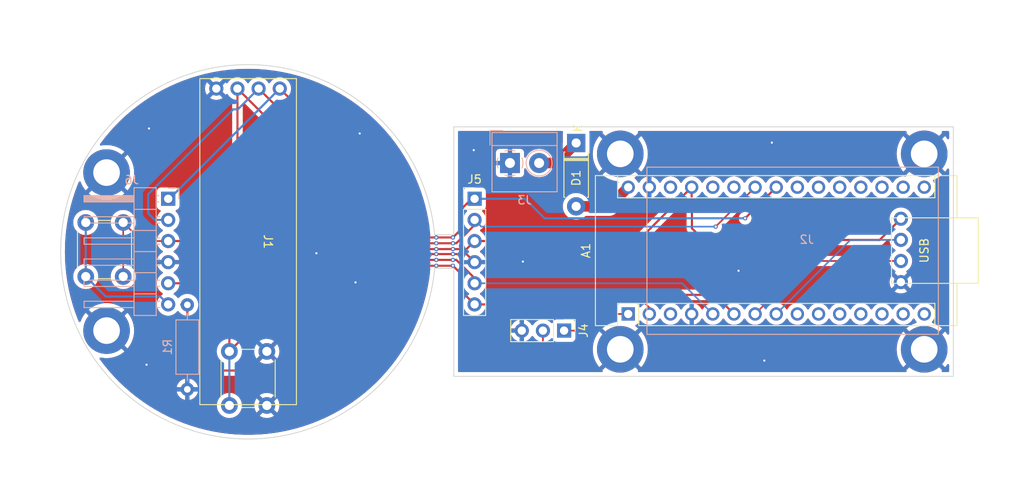
<source format=kicad_pcb>
(kicad_pcb (version 20211014) (generator pcbnew)
  (layers (0 "F.Cu" signal) (31 "B.Cu" signal) (34 "B.Paste" user) (35 "F.Paste" user) (36 "B.SilkS" user "B.Silkscreen") (37 "F.SilkS" user "F.Silkscreen") (38 "B.Mask" user) (39 "F.Mask" user) (44 "Edge.Cuts" user))
  (net 0 "")
  (net 1 "/TX")
  (net 2 "/RX")
  (net 4 "GND")
  (net 5 "/BT1")
  (net 6 "/DT")
  (net 7 "/SCK")
  (net 22 "/SDA")
  (net 23 "/SCL")
  (net 26 "+5V")
  (net 28 "BATT")
  (net 29 "Net-(D1-Pad1)")
  (net 30 "/BT2")
  (footprint "MountingHole:MountingHole_3.2mm_M3_DIN965_Pad_TopBottom" (layer "F.Cu") (at 29.8 38 -90)
    (fp_text reference "H5" hide)
    (fp_text value "MountingHole_Pad")
    (pad "1" connect circle (at 0 0 270) (size 5.6 5.6) (layers "F.Cu" "F.Mask") (net 4 "GND"))
    (pad "1" thru_hole circle (at 0 0 270) (size 3.6 3.6) (drill 3.2) (layers *.Cu *.Mask) (net 4 "GND"))
    (pad "1" connect circle (at 0 0 270) (size 5.6 5.6) (layers "B.Cu" "B.Mask") (net 4 "GND"))
  )
  (footprint "MountingHole:MountingHole_3.2mm_M3_DIN965_Pad_TopBottom" (layer "F.Cu") (at 128 35.75)
    (fp_text reference "H2" hide)
    (fp_text value "MountingHole_Pad")
    (pad "1" connect circle (at 0 0) (size 5.6 5.6) (layers "B.Cu" "B.Mask") (net 4 "GND"))
    (pad "1" thru_hole circle (at 0 0) (size 3.6 3.6) (drill 3.2) (layers *.Cu *.Mask) (net 4 "GND"))
    (pad "1" connect circle (at 0 0) (size 5.6 5.6) (layers "F.Cu" "F.Mask") (net 4 "GND"))
  )
  (footprint "Module:Arduino_Nano" (layer "F.Cu") (at 92.45 55 90)
    (fp_text reference "A1" (at 7.62 -5.08 90) (layer "F.SilkS"))
    (fp_text value "Arduino_Nano_Every")
    (fp_text user "USB" (at 7.62 35.56 90 unlocked) (layer "F.SilkS"))
    (fp_line (start 11.56 31.62) (end 11.56 42.04) (layer "F.SilkS") (width 0.12))
    (fp_line (start 1.27 36.83) (end -1.4 36.83) (layer "F.SilkS") (width 0.12))
    (fp_line (start 3.68 31.62) (end 11.56 31.62) (layer "F.SilkS") (width 0.12))
    (fp_line (start 13.97 -1.27) (end 13.97 36.83) (layer "F.SilkS") (width 0.12))
    (fp_line (start -1.4 -3.94) (end -1.4 -1.27) (layer "F.SilkS") (width 0.12))
    (fp_line (start 11.56 42.04) (end 3.68 42.04) (layer "F.SilkS") (width 0.12))
    (fp_line (start 1.27 1.27) (end 1.27 36.83) (layer "F.SilkS") (width 0.12))
    (fp_line (start -1.4 1.27) (end -1.4 39.5) (layer "F.SilkS") (width 0.12))
    (fp_line (start 16.64 39.5) (end 11.56 39.5) (layer "F.SilkS") (width 0.12))
    (fp_line (start 3.68 42.04) (end 3.68 31.62) (layer "F.SilkS") (width 0.12))
    (fp_line (start 16.64 -3.94) (end -1.4 -3.94) (layer "F.SilkS") (width 0.12))
    (fp_line (start 1.27 1.27) (end 1.27 -1.27) (layer "F.SilkS") (width 0.12))
    (fp_line (start -1.4 39.5) (end 3.68 39.5) (layer "F.SilkS") (width 0.12))
    (fp_line (start 1.27 -1.27) (end -1.4 -1.27) (layer "F.SilkS") (width 0.12))
    (fp_line (start 16.64 39.5) (end 16.64 -3.94) (layer "F.SilkS") (width 0.12))
    (fp_line (start 13.97 36.83) (end 16.64 36.83) (layer "F.SilkS") (width 0.12))
    (fp_line (start 13.97 -1.27) (end 16.64 -1.27) (layer "F.SilkS") (width 0.12))
    (fp_line (start 1.27 1.27) (end -1.4 1.27) (layer "F.SilkS") (width 0.12))
    (pad "1" thru_hole rect (at 0 0 90) (size 1.6 1.6) (drill 1) (layers *.Cu *.Mask) (net 1 "/TX"))
    (pad "2" thru_hole oval (at 0 2.54 90) (size 1.6 1.6) (drill 1) (layers *.Cu *.Mask) (net 2 "/RX"))
    (pad "3" thru_hole oval (at 0 5.08 90) (size 1.6 1.6) (drill 1) (layers *.Cu *.Mask))
    (pad "4" thru_hole oval (at 0 7.62 90) (size 1.6 1.6) (drill 1) (layers *.Cu *.Mask) (net 4 "GND"))
    (pad "5" thru_hole oval (at 0 10.16 90) (size 1.6 1.6) (drill 1) (layers *.Cu *.Mask) (net 5 "/BT1"))
    (pad "6" thru_hole oval (at 0 12.7 90) (size 1.6 1.6) (drill 1) (layers *.Cu *.Mask) (net 30 "/BT2"))
    (pad "7" thru_hole oval (at 0 15.24 90) (size 1.6 1.6) (drill 1) (layers *.Cu *.Mask) (net 6 "/DT"))
    (pad "8" thru_hole oval (at 0 17.78 90) (size 1.6 1.6) (drill 1) (layers *.Cu *.Mask) (net 7 "/SCK"))
    (pad "9" thru_hole oval (at 0 20.32 90) (size 1.6 1.6) (drill 1) (layers *.Cu *.Mask))
    (pad "10" thru_hole oval (at 0 22.86 90) (size 1.6 1.6) (drill 1) (layers *.Cu *.Mask))
    (pad "11" thru_hole oval (at 0 25.4 90) (size 1.6 1.6) (drill 1) (layers *.Cu *.Mask))
    (pad "12" thru_hole oval (at 0 27.94 90) (size 1.6 1.6) (drill 1) (layers *.Cu *.Mask))
    (pad "13" thru_hole oval (at 0 30.48 90) (size 1.6 1.6) (drill 1) (layers *.Cu *.Mask))
    (pad "14" thru_hole oval (at 0 33.02 90) (size 1.6 1.6) (drill 1) (layers *.Cu *.Mask))
    (pad "15" thru_hole oval (at 0 35.56 90) (size 1.6 1.6) (drill 1) (layers *.Cu *.Mask))
    (pad "16" thru_hole oval (at 15.24 35.56 90) (size 1.6 1.6) (drill 1) (layers *.Cu *.Mask))
    (pad "17" thru_hole oval (at 15.24 33.02 90) (size 1.6 1.6) (drill 1) (layers *.Cu *.Mask))
    (pad "18" thru_hole oval (at 15.24 30.48 90) (size 1.6 1.6) (drill 1) (layers *.Cu *.Mask))
    (pad "19" thru_hole oval (at 15.24 27.94 90) (size 1.6 1.6) (drill 1) (layers *.Cu *.Mask))
    (pad "20" thru_hole oval (at 15.24 25.4 90) (size 1.6 1.6) (drill 1) (layers *.Cu *.Mask))
    (pad "21" thru_hole oval (at 15.24 22.86 90) (size 1.6 1.6) (drill 1) (layers *.Cu *.Mask))
    (pad "22" thru_hole oval (at 15.24 20.32 90) (size 1.6 1.6) (drill 1) (layers *.Cu *.Mask))
    (pad "23" thru_hole oval (at 15.24 17.78 90) (size 1.6 1.6) (drill 1) (layers *.Cu *.Mask) (net 22 "/SDA"))
    (pad "24" thru_hole oval (at 15.24 15.24 90) (size 1.6 1.6) (drill 1) (layers *.Cu *.Mask) (net 23 "/SCL"))
    (pad "25" thru_hole oval (at 15.24 12.7 90) (size 1.6 1.6) (drill 1) (layers *.Cu *.Mask))
    (pad "26" thru_hole oval (at 15.24 10.16 90) (size 1.6 1.6) (drill 1) (layers *.Cu *.Mask))
    (pad "27" thru_hole oval (at 15.24 7.62 90) (size 1.6 1.6) (drill 1) (layers *.Cu *.Mask) (net 26 "+5V"))
    (pad "28" thru_hole oval (at 15.24 5.08 90) (size 1.6 1.6) (drill 1) (layers *.Cu *.Mask))
    (pad "29" thru_hole oval (at 15.24 2.54 90) (size 1.6 1.6) (drill 1) (layers *.Cu *.Mask) (net 4 "GND"))
    (pad "30" thru_hole oval (at 15.24 0 90) (size 1.6 1.6) (drill 1) (layers *.Cu *.Mask) (net 28 "BATT"))
  )
  (footprint "Library:0.91inch OLED" (layer "F.Cu") (at 50.6 27.9 -90)
    (fp_text reference "J1" (at 18.4 1.4 -90 unlocked) (layer "F.SilkS"))
    (fp_text value "0.91 inch OLED")
    (fp_line (start 38 -2) (end 38 9.6) (layer "F.SilkS") (width 0.12))
    (fp_line (start -1.1 9.6) (end 38 9.6) (layer "F.SilkS") (width 0.12))
    (fp_line (start -1.2 -2) (end -1.2 9.6) (layer "F.SilkS") (width 0.12))
    (fp_line (start -1.2 -2) (end 38 -2) (layer "F.SilkS") (width 0.12))
    (pad "1" thru_hole circle (at 0 0 270) (size 1.7 1.7) (drill 1) (layers *.Cu *.Mask) (net 22 "/SDA"))
    (pad "2" thru_hole circle (at 0 2.54 270) (size 1.7 1.7) (drill 1) (layers *.Cu *.Mask) (net 23 "/SCL"))
    (pad "3" thru_hole circle (at 0 5.08 270) (size 1.7 1.7) (drill 1) (layers *.Cu *.Mask) (net 26 "+5V"))
    (pad "4" thru_hole circle (at 0 7.62 270) (size 1.7 1.7) (drill 1) (layers *.Cu *.Mask) (net 4 "GND"))
  )
  (footprint "MountingHole:MountingHole_3.2mm_M3_DIN965_Pad_TopBottom" (layer "F.Cu") (at 91.5 59.25)
    (fp_text reference "H4" hide)
    (fp_text value "MountingHole_Pad")
    (pad "1" thru_hole circle (at 0 0) (size 3.6 3.6) (drill 3.2) (layers *.Cu *.Mask) (net 4 "GND"))
    (pad "1" connect circle (at 0 0) (size 5.6 5.6) (layers "F.Cu" "F.Mask") (net 4 "GND"))
    (pad "1" connect circle (at 0 0) (size 5.6 5.6) (layers "B.Cu" "B.Mask") (net 4 "GND"))
  )
  (footprint "MountingHole:MountingHole_3.2mm_M3_DIN965_Pad_TopBottom" (layer "F.Cu") (at 29.8 57 -90)
    (fp_text reference "H6" hide)
    (fp_text value "MountingHole_Pad")
    (pad "1" connect circle (at 0 0 270) (size 5.6 5.6) (layers "B.Cu" "B.Mask") (net 4 "GND"))
    (pad "1" thru_hole circle (at 0 0 270) (size 3.6 3.6) (drill 3.2) (layers *.Cu *.Mask) (net 4 "GND"))
    (pad "1" connect circle (at 0 0 270) (size 5.6 5.6) (layers "F.Cu" "F.Mask") (net 4 "GND"))
  )
  (footprint "MountingHole:MountingHole_3.2mm_M3_DIN965_Pad_TopBottom" (layer "F.Cu") (at 91.5 35.75)
    (fp_text reference "H1" hide)
    (fp_text value "MountingHole_Pad")
    (pad "1" connect circle (at 0 0) (size 5.6 5.6) (layers "F.Cu" "F.Mask") (net 4 "GND"))
    (pad "1" connect circle (at 0 0) (size 5.6 5.6) (layers "B.Cu" "B.Mask") (net 4 "GND"))
    (pad "1" thru_hole circle (at 0 0) (size 3.6 3.6) (drill 3.2) (layers *.Cu *.Mask) (net 4 "GND"))
  )
  (footprint "Diode_THT:D_DO-41_SOD81_P7.62mm_Horizontal" (layer "F.Cu") (at 86.2 34.44 -90)
    (fp_text reference "D1" (at 4.21 0 90) (layer "F.SilkS"))
    (fp_text value "DIODE")
    (fp_text user "K" (at -1.79 -0.2 90) (layer "F.SilkS"))
    (fp_line (start 1.09 -1.47) (end 6.53 -1.47) (layer "F.SilkS") (width 0.12))
    (fp_line (start 1.87 -1.47) (end 1.87 1.47) (layer "F.SilkS") (width 0.12))
    (fp_line (start 1.09 -1.34) (end 1.09 -1.47) (layer "F.SilkS") (width 0.12))
    (fp_line (start 2.11 -1.47) (end 2.11 1.47) (layer "F.SilkS") (width 0.12))
    (fp_line (start 6.53 1.47) (end 6.53 1.34) (layer "F.SilkS") (width 0.12))
    (fp_line (start 1.99 -1.47) (end 1.99 1.47) (layer "F.SilkS") (width 0.12))
    (fp_line (start 6.53 -1.47) (end 6.53 -1.34) (layer "F.SilkS") (width 0.12))
    (fp_line (start 1.09 1.34) (end 1.09 1.47) (layer "F.SilkS") (width 0.12))
    (fp_line (start 1.09 1.47) (end 6.53 1.47) (layer "F.SilkS") (width 0.12))
    (pad "1" thru_hole rect (at 0 0 270) (size 2.2 2.2) (drill 1.1) (layers *.Cu *.Mask) (net 29 "Net-(D1-Pad1)"))
    (pad "2" thru_hole oval (at 7.62 0 270) (size 2.2 2.2) (drill 1.1) (layers *.Cu *.Mask) (net 28 "BATT"))
  )
  (footprint "Button_Switch_THT:SW_PUSH_6mm_H4.3mm" (layer "F.Cu") (at 44.55 66 90)
    (fp_text reference "SW1" hide)
    (fp_text value "SW_Push")
    (fp_line (start 5.5 -1) (end 1 -1) (layer "F.SilkS") (width 0.12))
    (fp_line (start -0.25 1.5) (end -0.25 3) (layer "F.SilkS") (width 0.12))
    (fp_line (start 1 5.5) (end 5.5 5.5) (layer "F.SilkS") (width 0.12))
    (fp_line (start 6.75 3) (end 6.75 1.5) (layer "F.SilkS") (width 0.12))
    (pad "1" thru_hole circle (at 0 0 180) (size 2 2) (drill 1.1) (layers *.Cu *.Mask) (net 5 "/BT1"))
    (pad "1" thru_hole circle (at 6.5 0 180) (size 2 2) (drill 1.1) (layers *.Cu *.Mask) (net 5 "/BT1"))
    (pad "2" thru_hole circle (at 0 4.5 180) (size 2 2) (drill 1.1) (layers *.Cu *.Mask) (net 4 "GND"))
    (pad "2" thru_hole circle (at 6.5 4.5 180) (size 2 2) (drill 1.1) (layers *.Cu *.Mask) (net 4 "GND"))
  )
  (footprint "Connector_PinHeader_2.54mm:PinHeader_1x06_P2.54mm_Vertical" (layer "F.Cu") (at 74 41.15)
    (fp_text reference "J5" (at 0 -2.33) (layer "F.SilkS"))
    (fp_text value "Conn_01x06")
    (fp_line (start -1.33 14.03) (end 1.33 14.03) (layer "F.SilkS") (width 0.12))
    (fp_line (start 1.33 1.27) (end 1.33 14.03) (layer "F.SilkS") (width 0.12))
    (fp_line (start -1.33 0) (end -1.33 -1.33) (layer "F.SilkS") (width 0.12))
    (fp_line (start -1.33 -1.33) (end 0 -1.33) (layer "F.SilkS") (width 0.12))
    (fp_line (start -1.33 1.27) (end 1.33 1.27) (layer "F.SilkS") (width 0.12))
    (fp_line (start -1.33 1.27) (end -1.33 14.03) (layer "F.SilkS") (width 0.12))
    (pad "1" thru_hole rect (at 0 0) (size 1.7 1.7) (drill 1) (layers *.Cu *.Mask) (net 22 "/SDA"))
    (pad "2" thru_hole oval (at 0 2.54) (size 1.7 1.7) (drill 1) (layers *.Cu *.Mask) (net 23 "/SCL"))
    (pad "3" thru_hole oval (at 0 5.08) (size 1.7 1.7) (drill 1) (layers *.Cu *.Mask) (net 26 "+5V"))
    (pad "4" thru_hole oval (at 0 7.62) (size 1.7 1.7) (drill 1) (layers *.Cu *.Mask) (net 4 "GND"))
    (pad "5" thru_hole oval (at 0 10.16) (size 1.7 1.7) (drill 1) (layers *.Cu *.Mask) (net 5 "/BT1"))
    (pad "6" thru_hole oval (at 0 12.7) (size 1.7 1.7) (drill 1) (layers *.Cu *.Mask) (net 30 "/BT2"))
  )
  (footprint "Connector_PinHeader_2.54mm:PinHeader_1x03_P2.54mm_Vertical" (layer "F.Cu") (at 84.75 57 -90)
    (fp_text reference "J4" (at 0 -2.33 90) (layer "F.SilkS"))
    (fp_text value "Conn_01x03")
    (fp_line (start -1.33 1.27) (end -1.33 6.41) (layer "F.SilkS") (width 0.12))
    (fp_line (start -1.33 6.41) (end 1.33 6.41) (layer "F.SilkS") (width 0.12))
    (fp_line (start -1.33 -1.33) (end 0 -1.33) (layer "F.SilkS") (width 0.12))
    (fp_line (start 1.33 1.27) (end 1.33 6.41) (layer "F.SilkS") (width 0.12))
    (fp_line (start -1.33 1.27) (end 1.33 1.27) (layer "F.SilkS") (width 0.12))
    (fp_line (start -1.33 0) (end -1.33 -1.33) (layer "F.SilkS") (width 0.12))
    (pad "1" thru_hole rect (at 0 0 270) (size 1.7 1.7) (drill 1) (layers *.Cu *.Mask) (net 2 "/RX"))
    (pad "2" thru_hole oval (at 0 2.54 270) (size 1.7 1.7) (drill 1) (layers *.Cu *.Mask) (net 1 "/TX"))
    (pad "3" thru_hole oval (at 0 5.08 270) (size 1.7 1.7) (drill 1) (layers *.Cu *.Mask) (net 4 "GND"))
  )
  (footprint "MountingHole:MountingHole_3.2mm_M3_DIN965_Pad_TopBottom" (layer "F.Cu") (at 128 59.25)
    (fp_text reference "H3" hide)
    (fp_text value "MountingHole_Pad")
    (pad "1" connect circle (at 0 0) (size 5.6 5.6) (layers "F.Cu" "F.Mask") (net 4 "GND"))
    (pad "1" thru_hole circle (at 0 0) (size 3.6 3.6) (drill 3.2) (layers *.Cu *.Mask) (net 4 "GND"))
    (pad "1" connect circle (at 0 0) (size 5.6 5.6) (layers "B.Cu" "B.Mask") (net 4 "GND"))
  )
  (footprint "Button_Switch_THT:SW_PUSH_6mm_H4.3mm" (layer "F.Cu") (at 31.8 44 -90)
    (fp_text reference "SW2" hide)
    (fp_text value "SW_Push")
    (fp_line (start 5.5 -1) (end 1 -1) (layer "F.SilkS") (width 0.12))
    (fp_line (start 6.75 3) (end 6.75 1.5) (layer "F.SilkS") (width 0.12))
    (fp_line (start -0.25 1.5) (end -0.25 3) (layer "F.SilkS") (width 0.12))
    (fp_line (start 1 5.5) (end 5.5 5.5) (layer "F.SilkS") (width 0.12))
    (pad "1" thru_hole circle (at 0 0) (size 2 2) (drill 1.1) (layers *.Cu *.Mask) (net 26 "+5V"))
    (pad "1" thru_hole circle (at 6.5 0) (size 2 2) (drill 1.1) (layers *.Cu *.Mask) (net 26 "+5V"))
    (pad "2" thru_hole circle (at 0 4.5) (size 2 2) (drill 1.1) (layers *.Cu *.Mask) (net 30 "/BT2"))
    (pad "2" thru_hole circle (at 6.5 4.5) (size 2 2) (drill 1.1) (layers *.Cu *.Mask) (net 30 "/BT2"))
  )
  (footprint "TerminalBlock_4Ucon:TerminalBlock_4Ucon_1x02_P3.50mm_Horizontal" (layer "B.Cu") (at 78.25 36.85)
    (fp_text reference "J3" (at 1.75 4.46) (layer "B.SilkS") (effects (justify mirror)))
    (fp_text value "Screw_Terminal_01x02")
    (fp_line (start -2.4 -3.9) (end -0.9 -3.9) (layer "B.SilkS") (width 0.12))
    (fp_line (start -2.16 3.46) (end 5.66 3.46) (layer "B.SilkS") (width 0.12))
    (fp_line (start -2.16 -2.1) (end 5.66 -2.1) (layer "B.SilkS") (width 0.12))
    (fp_line (start -2.16 3.46) (end -2.16 -3.66) (layer "B.SilkS") (width 0.12))
    (fp_line (start -2.4 -2.16) (end -2.4 -3.9) (layer "B.SilkS") (width 0.12))
    (fp_line (start -2.16 -3.66) (end 5.66 -3.66) (layer "B.SilkS") (width 0.12))
    (fp_line (start 5.66 3.46) (end 5.66 -3.66) (layer "B.SilkS") (width 0.12))
    (fp_arc (start 1.432 -0.608) (mid 1.555727 -0.00014) (end 1.432109 0.607742) (layer "B.SilkS") (width 0.12))
    (fp_arc (start -0.608 -1.432) (mid -0.296984 -1.527118) (end 0.027011 -1.555493) (layer "B.SilkS") (width 0.12))
    (fp_arc (start -1.432 0.608) (mid -1.555727 0.00014) (end -1.432109 -0.607742) (layer "B.SilkS") (width 0.12))
    (fp_arc (start 0.608 1.432) (mid 0.00014 1.555727) (end -0.607742 1.432109) (layer "B.SilkS") (width 0.12))
    (fp_arc (start 0 -1.555) (mid 0.310017 -1.523783) (end 0.607587 -1.431385) (layer "B.SilkS") (width 0.12))
    (fp_circle (center 3.5 0) (end 5.055 0) (layer "B.SilkS") (width 0.12) (fill none))
    (pad "1" thru_hole rect (at 0 0) (size 2.4 2.4) (drill 1.2) (layers *.Cu *.Mask) (net 4 "GND"))
    (pad "2" thru_hole circle (at 3.5 0) (size 2.4 2.4) (drill 1.2) (layers *.Cu *.Mask) (net 29 "Net-(D1-Pad1)"))
  )
  (footprint "Connector_PinHeader_2.54mm:PinHeader_1x06_P2.54mm_Horizontal" (layer "B.Cu") (at 37.2 41.15 180)
    (fp_text reference "J6" (at 4.385 2.27) (layer "B.SilkS") (effects (justify mirror)))
    (fp_text value "Conn_01x06")
    (fp_line (start 1.44 -14.03) (end 4.1 -14.03) (layer "B.SilkS") (width 0.12))
    (fp_line (start 1.042929 -7.24) (end 1.44 -7.24) (layer "B.SilkS") (width 0.12))
    (fp_line (start 4.1 -7.24) (end 10.1 -7.24) (layer "B.SilkS") (width 0.12))
    (fp_line (start 4.1 -0.04) (end 10.1 -0.04) (layer "B.SilkS") (width 0.12))
    (fp_line (start 4.1 1.33) (end 1.44 1.33) (layer "B.SilkS") (width 0.12))
    (fp_line (start 4.1 0.32) (end 10.1 0.32) (layer "B.SilkS") (width 0.12))
    (fp_line (start 1.042929 -5.46) (end 1.44 -5.46) (layer "B.SilkS") (width 0.12))
    (fp_line (start 10.1 -10.54) (end 4.1 -10.54) (layer "B.SilkS") (width 0.12))
    (fp_line (start 1.44 1.33) (end 1.44 -14.03) (layer "B.SilkS") (width 0.12))
    (fp_line (start 1.11 -0.38) (end 1.44 -0.38) (layer "B.SilkS") (width 0.12))
    (fp_line (start 10.1 -2.92) (end 4.1 -2.92) (layer "B.SilkS") (width 0.12))
    (fp_line (start -1.27 1.27) (end 0 1.27) (layer "B.SilkS") (width 0.12))
    (fp_line (start 4.1 -12.32) (end 10.1 -12.32) (layer "B.SilkS") (width 0.12))
    (fp_line (start 10.1 -8) (end 4.1 -8) (layer "B.SilkS") (width 0.12))
    (fp_line (start 10.1 -9.78) (end 10.1 -10.54) (layer "B.SilkS") (width 0.12))
    (fp_line (start 4.1 -4.7) (end 10.1 -4.7) (layer "B.SilkS") (width 0.12))
    (fp_line (start 4.1 -9.78) (end 10.1 -9.78) (layer "B.SilkS") (width 0.12))
    (fp_line (start 10.1 -7.24) (end 10.1 -8) (layer "B.SilkS") (width 0.12))
    (fp_line (start 4.1 -0.28) (end 10.1 -0.28) (layer "B.SilkS") (width 0.12))
    (fp_line (start 1.042929 -12.32) (end 1.44 -12.32) (layer "B.SilkS") (width 0.12))
    (fp_line (start 4.1 0.38) (end 10.1 0.38) (layer "B.SilkS") (width 0.12))
    (fp_line (start 1.042929 -4.7) (end 1.44 -4.7) (layer "B.SilkS") (width 0.12))
    (fp_line (start 1.042929 -8) (end 1.44 -8) (layer "B.SilkS") (width 0.12))
    (fp_line (start 10.1 -13.08) (end 4.1 -13.08) (layer "B.SilkS") (width 0.12))
    (fp_line (start 1.44 -1.27) (end 4.1 -1.27) (layer "B.SilkS") (width 0.12))
    (fp_line (start 10.1 -4.7) (end 10.1 -5.46) (layer "B.SilkS") (width 0.12))
    (fp_line (start -1.27 0) (end -1.27 1.27) (layer "B.SilkS") (width 0.12))
    (fp_line (start 10.1 0.38) (end 10.1 -0.38) (layer "B.SilkS") (width 0.12))
    (fp_line (start 1.44 -11.43) (end 4.1 -11.43) (layer "B.SilkS") (width 0.12))
    (fp_line (start 10.1 -5.46) (end 4.1 -5.46) (layer "B.SilkS") (width 0.12))
    (fp_line (start 10.1 -12.32) (end 10.1 -13.08) (layer "B.SilkS") (width 0.12))
    (fp_line (start 1.042929 -2.92) (end 1.44 -2.92) (layer "B.SilkS") (width 0.12))
    (fp_line (start 1.44 -6.35) (end 4.1 -6.35) (layer "B.SilkS") (width 0.12))
    (fp_line (start 4.1 -0.16) (end 10.1 -0.16) (layer "B.SilkS") (width 0.12))
    (fp_line (start 1.11 0.38) (end 1.44 0.38) (layer "B.SilkS") (width 0.12))
    (fp_line (start 4.1 0.08) (end 10.1 0.08) (layer "B.SilkS") (width 0.12))
    (fp_line (start 4.1 0.2) (end 10.1 0.2) (layer "B.SilkS") (width 0.12))
    (fp_line (start 1.44 -8.89) (end 4.1 -8.89) (layer "B.SilkS") (width 0.12))
    (fp_line (start 1.042929 -2.16) (end 1.44 -2.16) (layer "B.SilkS") (width 0.12))
    (fp_line (start 1.042929 -10.54) (end 1.44 -10.54) (layer "B.SilkS") (width 0.12))
    (fp_line (start 1.44 -3.81) (end 4.1 -3.81) (layer "B.SilkS") (width 0.12))
    (fp_line (start 10.1 -0.38) (end 4.1 -0.38) (layer "B.SilkS") (width 0.12))
    (fp_line (start 1.042929 -13.08) (end 1.44 -13.08) (layer "B.SilkS") (width 0.12))
    (fp_line (start 1.042929 -9.78) (end 1.44 -9.78) (layer "B.SilkS") (width 0.12))
    (fp_line (start 4.1 -14.03) (end 4.1 1.33) (layer "B.SilkS") (width 0.12))
    (fp_line (start 4.1 -2.16) (end 10.1 -2.16) (layer "B.SilkS") (width 0.12))
    (fp_line (start 10.1 -2.16) (end 10.1 -2.92) (layer "B.SilkS") (width 0.12))
    (pad "1" thru_hole rect (at 0 0 180) (size 1.7 1.7) (drill 1) (layers *.Cu *.Mask) (net 22 "/SDA"))
    (pad "2" thru_hole oval (at 0 -2.54 180) (size 1.7 1.7) (drill 1) (layers *.Cu *.Mask) (net 23 "/SCL"))
    (pad "3" thru_hole oval (at 0 -5.08 180) (size 1.7 1.7) (drill 1) (layers *.Cu *.Mask) (net 26 "+5V"))
    (pad "4" thru_hole oval (at 0 -7.62 180) (size 1.7 1.7) (drill 1) (layers *.Cu *.Mask) (net 4 "GND"))
    (pad "5" thru_hole oval (at 0 -10.16 180) (size 1.7 1.7) (drill 1) (layers *.Cu *.Mask) (net 5 "/BT1"))
    (pad "6" thru_hole oval (at 0 -12.7 180) (size 1.7 1.7) (drill 1) (layers *.Cu *.Mask) (net 30 "/BT2"))
  )
  (footprint "Library:LoadCellAmplifier" (layer "B.Cu") (at 125.2 43.55 180)
    (fp_text reference "J2" (at 11.3 -2.5 unlocked) (layer "B.SilkS") (effects (justify mirror)))
    (fp_text value "Load Cell")
    (fp_line (start -4.5 -13.9) (end 30.5 -13.9) (layer "B.SilkS") (width 0.12))
    (fp_line (start 30.5 6.2) (end -4.5 6.2) (layer "B.SilkS") (width 0.12))
    (fp_line (start -4.5 6.2) (end -4.5 -13.9) (layer "B.SilkS") (width 0.12))
    (fp_line (start 30.5 -13.9) (end 30.5 6.2) (layer "B.SilkS") (width 0.12))
    (pad "1" thru_hole circle (at 0 0 180) (size 1.7 1.7) (drill 1) (layers *.Cu *.Mask) (net 26 "+5V"))
    (pad "2" thru_hole circle (at 0 -2.54 180) (size 1.7 1.7) (drill 1) (layers *.Cu *.Mask) (net 7 "/SCK"))
    (pad "3" thru_hole circle (at 0 -5.08 180) (size 1.7 1.7) (drill 1) (layers *.Cu *.Mask) (net 6 "/DT"))
    (pad "4" thru_hole circle (at 0 -7.62 180) (size 1.7 1.7) (drill 1) (layers *.Cu *.Mask) (net 4 "GND"))
  )
  (footprint "Resistor_THT:R_Axial_DIN0207_L6.3mm_D2.5mm_P10.16mm_Horizontal" (layer "B.Cu") (at 39.5 53.9 -90)
    (fp_text reference "R1" (at 5.08 2.37 90) (layer "B.SilkS") (effects (justify mirror)))
    (fp_text value "10k")
    (fp_line (start 8.35 -1.37) (end 8.35 1.37) (layer "B.SilkS") (width 0.12))
    (fp_line (start 1.81 -1.37) (end 8.35 -1.37) (layer "B.SilkS") (width 0.12))
    (fp_line (start 1.81 1.37) (end 1.81 -1.37) (layer "B.SilkS") (width 0.12))
    (fp_line (start 1.04 0) (end 1.81 0) (layer "B.SilkS") (width 0.12))
    (fp_line (start 9.12 0) (end 8.35 0) (layer "B.SilkS") (width 0.12))
    (fp_line (start 8.35 1.37) (end 1.81 1.37) (layer "B.SilkS") (width 0.12))
    (pad "1" thru_hole circle (at 0 0 270) (size 1.6 1.6) (drill 0.8) (layers *.Cu *.Mask) (net 30 "/BT2"))
    (pad "2" thru_hole oval (at 10.16 0 270) (size 1.6 1.6) (drill 0.8) (layers *.Cu *.Mask) (net 4 "GND"))
  )
  (gr_line (start 131.5 32.5) (end 71.5 32.5) (layer "Edge.Cuts") (width 0.1))
  (gr_line (start 131.5 62.5) (end 71.5 62.5) (layer "Edge.Cuts") (width 0.1))
  (gr_line (start 71.5 45.486362) (end 69.197107 45.477556) (layer "Edge.Cuts") (width 0.1))
  (gr_line (start 131.5 32.5) (end 131.5 62.5) (layer "Edge.Cuts") (width 0.1))
  (gr_arc (start 24.29 47.52) (mid 45.767722 25.043235) (end 69.197107 45.477556) (layer "Edge.Cuts") (width 0.1))
  (gr_line (start 71.5 62.5) (end 71.5 49.513638) (layer "Edge.Cuts") (width 0.1))
  (gr_line (start 71.5 32.5) (end 71.5 45.486362) (layer "Edge.Cuts") (width 0.1))
  (gr_arc (start 69.2 49.513638) (mid 45.790814 70.011454) (end 24.29 47.52) (layer "Edge.Cuts") (width 0.1))
  (gr_line (start 69.2 49.513638) (end 71.5 49.513638) (layer "Edge.Cuts") (width 0.1))
  (segment (start 82.5 58.75) (end 86.25 58.75) (width 0.2) (layer "F.Cu") (net 1))
  (segment (start 90 55) (end 92.45 55) (width 0.2) (layer "F.Cu") (net 1))
  (segment (start 82.21 58.46) (end 82.5 58.75) (width 0.2) (layer "F.Cu") (net 1))
  (segment (start 86.25 58.75) (end 90 55) (width 0.2) (layer "F.Cu") (net 1))
  (segment (start 82.21 57) (end 82.21 58.46) (width 0.2) (layer "F.Cu") (net 1))
  (segment (start 86 57) (end 89.5 53.5) (width 0.2) (layer "F.Cu") (net 2))
  (segment (start 89.5 53.5) (end 94.25 53.5) (width 0.2) (layer "F.Cu") (net 2))
  (segment (start 94.25 53.5) (end 94.99 54.24) (width 0.2) (layer "F.Cu") (net 2))
  (segment (start 94.99 54.24) (end 94.99 55) (width 0.2) (layer "F.Cu") (net 2))
  (segment (start 84.75 57) (end 86 57) (width 0.2) (layer "F.Cu") (net 2))
  (segment (start 55.1 47.8) (end 54.8 48.1) (width 0.254) (layer "F.Cu") (net 4))
  (segment (start 71.4 47.8) (end 69.4 47.8) (width 0.254) (layer "F.Cu") (net 4))
  (segment (start 69.4 47.8) (end 68.9 47.8) (width 0.254) (layer "F.Cu") (net 4))
  (segment (start 73.03 47.8) (end 74 48.77) (width 0.254) (layer "F.Cu") (net 4))
  (segment (start 68.9 47.8) (end 64.7 47.8) (width 0.254) (layer "F.Cu") (net 4))
  (segment (start 71.4 47.8) (end 73.03 47.8) (width 0.254) (layer "F.Cu") (net 4))
  (segment (start 64.7 47.8) (end 55.1 47.8) (width 0.254) (layer "F.Cu") (net 4))
  (via (at 34.6 61.1) (size 0.508) (drill 0.254) (layers "F.Cu" "B.Cu") (net 4))
  (via (at 108.8 60.6) (size 0.508) (drill 0.254) (layers "F.Cu" "B.Cu") (net 4))
  (via (at 69.4 47.8) (size 0.508) (drill 0.254) (layers "F.Cu" "B.Cu") (net 4))
  (via (at 79.8 48.7) (size 0.508) (drill 0.254) (layers "F.Cu" "B.Cu") (net 4))
  (via (at 34.9 32.7) (size 0.508) (drill 0.254) (layers "F.Cu" "B.Cu") (net 4))
  (via (at 71.4 47.8) (size 0.508) (drill 0.254) (layers "F.Cu" "B.Cu") (net 4))
  (via (at 109.7 34.4) (size 0.508) (drill 0.254) (layers "F.Cu" "B.Cu") (net 4))
  (via (at 59.7 51.2) (size 0.508) (drill 0.254) (layers "F.Cu" "B.Cu") (net 4))
  (via (at 105.7 49.8) (size 0.508) (drill 0.254) (layers "F.Cu" "B.Cu") (net 4))
  (via (at 73.9 35.3) (size 0.508) (drill 0.254) (layers "F.Cu" "B.Cu") (net 4))
  (via (at 60.2 33.3) (size 0.508) (drill 0.254) (layers "F.Cu" "B.Cu") (net 4))
  (via (at 55 47.7) (size 0.508) (drill 0.254) (layers "F.Cu" "B.Cu") (net 4))
  (segment (start 44.55 59.5) (end 55.55 48.5) (width 0.254) (layer "F.Cu") (net 5))
  (segment (start 55.55 48.5) (end 69.4 48.5) (width 0.254) (layer "F.Cu") (net 5))
  (segment (start 74 51.31) (end 74 50.7) (width 0.254) (layer "F.Cu") (net 5))
  (segment (start 37.2 51.31) (end 40.31 51.31) (width 0.25) (layer "F.Cu") (net 5))
  (segment (start 40.31 51.31) (end 44.55 55.55) (width 0.25) (layer "F.Cu") (net 5))
  (segment (start 44.55 55.55) (end 44.55 59.5) (width 0.254) (layer "F.Cu") (net 5))
  (segment (start 71.4 48.5) (end 69.4 48.5) (width 0.254) (layer "F.Cu") (net 5))
  (segment (start 71.8 48.5) (end 71.4 48.5) (width 0.254) (layer "F.Cu") (net 5))
  (segment (start 74 50.7) (end 71.8 48.5) (width 0.254) (layer "F.Cu") (net 5))
  (via (at 69.4 48.5) (size 0.508) (drill 0.254) (layers "F.Cu" "B.Cu") (net 5))
  (via (at 71.4 48.5) (size 0.508) (drill 0.254) (layers "F.Cu" "B.Cu") (net 5))
  (segment (start 44.55 59.5) (end 44.55 66) (width 0.254) (layer "B.Cu") (net 5))
  (segment (start 98.92 51.31) (end 74 51.31) (width 0.2) (layer "B.Cu") (net 5))
  (segment (start 102.61 55) (end 98.92 51.31) (width 0.2) (layer "B.Cu") (net 5))
  (segment (start 114.06 48.63) (end 107.69 55) (width 0.2) (layer "F.Cu") (net 6))
  (segment (start 125.2 48.63) (end 114.06 48.63) (width 0.2) (layer "F.Cu") (net 6))
  (segment (start 125.2 46.09) (end 119.14 46.09) (width 0.2) (layer "B.Cu") (net 7))
  (segment (start 119.14 46.09) (end 110.23 55) (width 0.2) (layer "B.Cu") (net 7))
  (segment (start 71.4 45.8) (end 69.4 45.8) (width 0.254) (layer "F.Cu") (net 22))
  (segment (start 106.495 43.495) (end 110.23 39.76) (width 0.254) (layer "F.Cu") (net 22))
  (segment (start 72.3 44.9) (end 72.3 42.5) (width 0.254) (layer "F.Cu") (net 22))
  (segment (start 71.4 45.8) (end 72.3 44.9) (width 0.254) (layer "F.Cu") (net 22))
  (segment (start 73.65 41.15) (end 74 41.15) (width 0.254) (layer "F.Cu") (net 22))
  (segment (start 50.6 27.9) (end 68.5 45.8) (width 0.254) (layer "F.Cu") (net 22))
  (segment (start 106.49 43.5) (end 106.495 43.495) (width 0.254) (layer "F.Cu") (net 22))
  (segment (start 72.3 42.5) (end 73.65 41.15) (width 0.254) (layer "F.Cu") (net 22))
  (segment (start 68.5 45.8) (end 69.4 45.8) (width 0.254) (layer "F.Cu") (net 22))
  (via (at 69.4 45.8) (size 0.508) (drill 0.254) (layers "F.Cu" "B.Cu") (net 22))
  (via (at 106.495 43.495) (size 0.508) (drill 0.254) (layers "F.Cu" "B.Cu") (net 22))
  (via (at 71.4 45.8) (size 0.508) (drill 0.254) (layers "F.Cu" "B.Cu") (net 22))
  (segment (start 82.395 43.495) (end 106.495 43.495) (width 0.254) (layer "B.Cu") (net 22))
  (segment (start 74 41.15) (end 80.05 41.15) (width 0.254) (layer "B.Cu") (net 22))
  (segment (start 80.05 41.15) (end 82.395 43.495) (width 0.254) (layer "B.Cu") (net 22))
  (segment (start 50.6 27.9) (end 37.35 41.15) (width 0.254) (layer "B.Cu") (net 22))
  (segment (start 37.35 41.15) (end 37.2 41.15) (width 0.254) (layer "B.Cu") (net 22))
  (segment (start 74 44.3) (end 71.8 46.5) (width 0.254) (layer "F.Cu") (net 23))
  (segment (start 71.8 46.5) (end 71.4 46.5) (width 0.254) (layer "F.Cu") (net 23))
  (segment (start 107.69 39.76) (end 102.95 44.5) (width 0.2) (layer "F.Cu") (net 23))
  (segment (start 69.4 46.5) (end 66.66 46.5) (width 0.254) (layer "F.Cu") (net 23))
  (segment (start 66.66 46.5) (end 48.06 27.9) (width 0.254) (layer "F.Cu") (net 23))
  (segment (start 74 43.69) (end 74 44.3) (width 0.254) (layer "F.Cu") (net 23))
  (segment (start 71.4 46.5) (end 69.4 46.5) (width 0.254) (layer "F.Cu") (net 23))
  (via (at 69.4 46.5) (size 0.508) (drill 0.254) (layers "F.Cu" "B.Cu") (net 23))
  (via (at 102.95 44.5) (size 0.508) (drill 0.254) (layers "F.Cu" "B.Cu") (net 23))
  (via (at 71.4 46.5) (size 0.508) (drill 0.254) (layers "F.Cu" "B.Cu") (net 23))
  (segment (start 45 30.4) (end 45.56 30.4) (width 0.25) (layer "B.Cu") (net 23))
  (segment (start 34.8 40.6) (end 45 30.4) (width 0.25) (layer "B.Cu") (net 23))
  (segment (start 37.2 43.69) (end 35.59 43.69) (width 0.25) (layer "B.Cu") (net 23))
  (segment (start 102.95 44.5) (end 74.81 44.5) (width 0.2) (layer "B.Cu") (net 23))
  (segment (start 45.56 30.4) (end 48.06 27.9) (width 0.25) (layer "B.Cu") (net 23))
  (segment (start 34.8 42.9) (end 34.8 40.6) (width 0.25) (layer "B.Cu") (net 23))
  (segment (start 74.81 44.5) (end 74 43.69) (width 0.2) (layer "B.Cu") (net 23))
  (segment (start 35.59 43.69) (end 34.8 42.9) (width 0.25) (layer "B.Cu") (net 23))
  (segment (start 100.1 44.7) (end 101.5 46.1) (width 0.254) (layer "F.Cu") (net 26))
  (segment (start 31.8 50.5) (end 31.8 44) (width 0.2) (layer "F.Cu") (net 26))
  (segment (start 74 46.23) (end 73.03 47.2) (width 0.254) (layer "F.Cu") (net 26))
  (segment (start 34.03 46.23) (end 37.2 46.23) (width 0.2) (layer "F.Cu") (net 26))
  (segment (start 93.6 46.23) (end 100.07 39.76) (width 0.254) (layer "F.Cu") (net 26))
  (segment (start 100.07 39.76) (end 100.07 42.441659) (width 0.254) (layer "F.Cu") (net 26))
  (segment (start 40.67 46.23) (end 37.2 46.23) (width 0.254) (layer "F.Cu") (net 26))
  (segment (start 45.52 41.38) (end 40.67 46.23) (width 0.254) (layer "F.Cu") (net 26))
  (segment (start 31.8 44) (end 34.03 46.23) (width 0.2) (layer "F.Cu") (net 26))
  (segment (start 100.07 42.441659) (end 100.1 42.471659) (width 0.254) (layer "F.Cu") (net 26))
  (segment (start 64.82 47.2) (end 45.52 27.9) (width 0.254) (layer "F.Cu") (net 26))
  (segment (start 45.52 27.9) (end 45.52 41.38) (width 0.254) (layer "F.Cu") (net 26))
  (segment (start 71.4 47.2) (end 69.4 47.2) (width 0.254) (layer "F.Cu") (net 26))
  (segment (start 100.1 42.471659) (end 100.1 44.7) (width 0.254) (layer "F.Cu") (net 26))
  (segment (start 122.65 46.1) (end 125.2 43.55) (width 0.254) (layer "F.Cu") (net 26))
  (segment (start 101.5 46.1) (end 122.65 46.1) (width 0.254) (layer "F.Cu") (net 26))
  (segment (start 69.4 47.2) (end 64.82 47.2) (width 0.254) (layer "F.Cu") (net 26))
  (segment (start 74 46.23) (end 93.6 46.23) (width 0.254) (layer "F.Cu") (net 26))
  (segment (start 73.03 47.2) (end 71.4 47.2) (width 0.254) (layer "F.Cu") (net 26))
  (via (at 69.4 47.2) (size 0.508) (drill 0.254) (layers "F.Cu" "B.Cu") (net 26))
  (via (at 71.4 47.2) (size 0.508) (drill 0.254) (layers "F.Cu" "B.Cu") (net 26))
  (segment (start 86.2 42.06) (end 90.15 42.06) (width 1.27) (layer "F.Cu") (net 28))
  (segment (start 90.15 42.06) (end 92.45 39.76) (width 1.27) (layer "F.Cu") (net 28))
  (segment (start 83.79 36.85) (end 86.2 34.44) (width 1.27) (layer "F.Cu") (net 29))
  (segment (start 81.75 36.85) (end 83.79 36.85) (width 1.27) (layer "F.Cu") (net 29))
  (segment (start 46.9 59.026662) (end 46.9 60.8) (width 0.254) (layer "F.Cu") (net 30))
  (segment (start 74 53.85) (end 87.65 53.85) (width 0.254) (layer "F.Cu") (net 30))
  (segment (start 88.8 52.7) (end 102.85 52.7) (width 0.254) (layer "F.Cu") (net 30))
  (segment (start 39.5 58.3) (end 39.5 53.9) (width 0.254) (layer "F.Cu") (net 30))
  (segment (start 43 61.8) (end 39.5 58.3) (width 0.254) (layer "F.Cu") (net 30))
  (segment (start 45.9 61.8) (end 43 61.8) (width 0.254) (layer "F.Cu") (net 30))
  (segment (start 102.85 52.7) (end 105.15 55) (width 0.254) (layer "F.Cu") (net 30))
  (segment (start 43 61.8) (end 42.9 61.8) (width 0.254) (layer "F.Cu") (net 30))
  (segment (start 46.9 60.8) (end 45.9 61.8) (width 0.254) (layer "F.Cu") (net 30))
  (segment (start 56.726662 49.2) (end 46.9 59.026662) (width 0.254) (layer "F.Cu") (net 30))
  (segment (start 87.65 53.85) (end 88.8 52.7) (width 0.254) (layer "F.Cu") (net 30))
  (segment (start 71.4 49.2) (end 72.3 50.1) (width 0.254) (layer "F.Cu") (net 30))
  (segment (start 69.4 49.2) (end 56.726662 49.2) (width 0.254) (layer "F.Cu") (net 30))
  (segment (start 72.3 50.1) (end 72.3 52.15) (width 0.254) (layer "F.Cu") (net 30))
  (segment (start 71.4 49.2) (end 69.4 49.2) (width 0.254) (layer "F.Cu") (net 30))
  (segment (start 72.3 52.15) (end 74 53.85) (width 0.254) (layer "F.Cu") (net 30))
  (via (at 69.4 49.2) (size 0.508) (drill 0.254) (layers "F.Cu" "B.Cu") (net 30))
  (via (at 71.4 49.2) (size 0.508) (drill 0.254) (layers "F.Cu" "B.Cu") (net 30))
  (segment (start 36.25 52.9) (end 37.2 53.85) (width 0.254) (layer "B.Cu") (net 30))
  (segment (start 27.3 50.5) (end 29.7 52.9) (width 0.254) (layer "B.Cu") (net 30))
  (segment (start 38.75 53.85) (end 38.91 54.01) (width 0.254) (layer "B.Cu") (net 30))
  (segment (start 29.7 52.9) (end 36.25 52.9) (width 0.254) (layer "B.Cu") (net 30))
  (segment (start 27.3 44) (end 27.3 50.5) (width 0.254) (layer "B.Cu") (net 30))
  (zone (net 4) (net_name "GND") (layers F&B.Cu) (connect_pads (clearance 0.508)) (min_thickness 0.254) (fill yes (thermal_gap 0.508) (thermal_bridge_width 0.508))
    (polygon (pts (xy 138.600191 17.950741) (xy 140.000191 74.850741) (xy 18.800191 74.150741) (xy 17.000191 17.250741)))
  )
)
</source>
